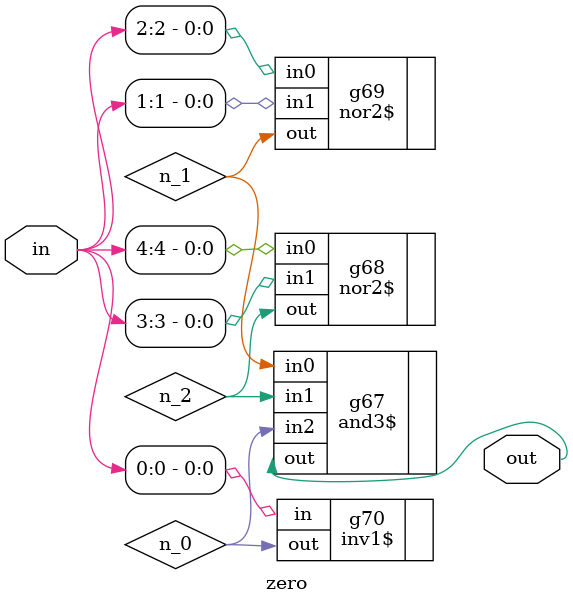
<source format=v>


// Verification Directory fv/zero 

module zero(in, out);
  input [4:0] in;
  output out;
  wire [4:0] in;
  wire out;
  wire n_0, n_1, n_2;
  and3$ g67(.in0 (n_1), .in1 (n_2), .in2 (n_0), .out (out));
  nor2$ g68(.in0 (in[4]), .in1 (in[3]), .out (n_2));
  nor2$ g69(.in0 (in[2]), .in1 (in[1]), .out (n_1));
  inv1$ g70(.in (in[0]), .out (n_0));
endmodule


</source>
